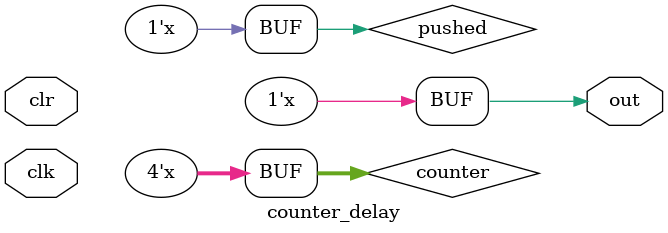
<source format=v>
module counter_delay ( input wire clk, input wire clr, output reg out);

reg [3:0] counter=0;
reg pushed;

    initial pushed = 0;

always @(posedge clr) begin

    counter = 0;
    pushed <= 1;
end

always@(clk)
begin
    if(pushed)
    begin
    if(counter<14) counter = counter+1;
    else pushed = 0;
    out = ((counter==8 |counter==9) & pushed) ? 1:0;
    end
end
    
endmodule

</source>
